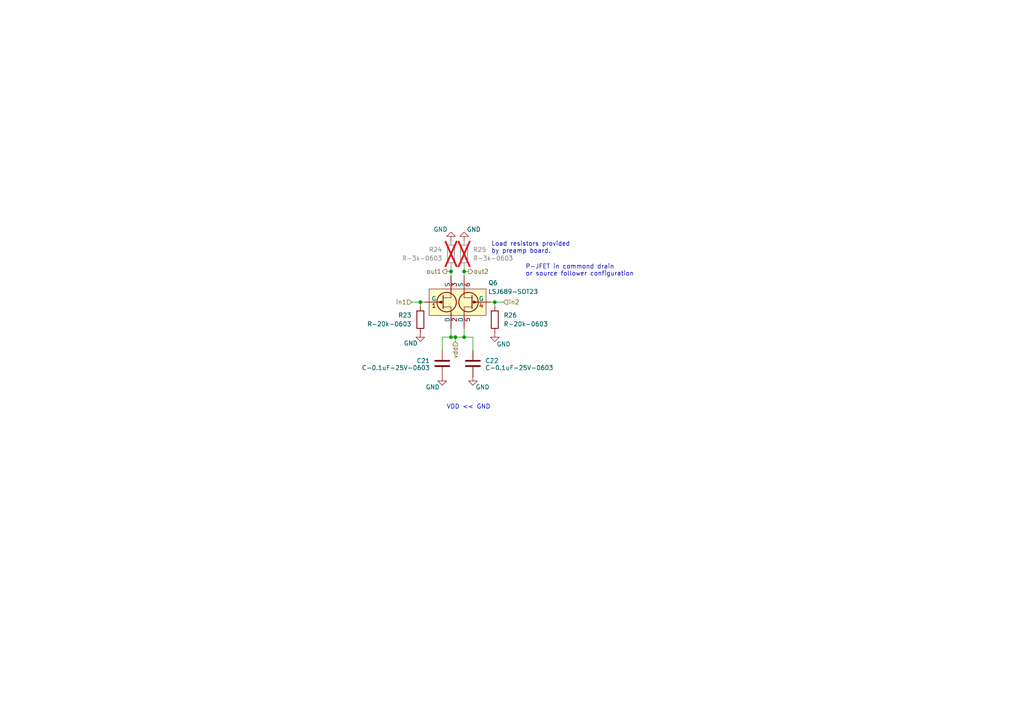
<source format=kicad_sch>
(kicad_sch (version 20250114) (generator "eeschema") (generator_version "9.0")
  (paper "A4")
  (lib_symbols
    (symbol "Device:C" (pin_numbers (hide yes)) (pin_names (offset 0.254))
      (property "Reference" "C" (at 0.635 2.54 0))
      (property "Value" "C" (at 0.635 -2.54 0))
      (symbol "C_0_1"
        (polyline (pts (xy -2.032 0.762) (xy 2.032 0.762)) (stroke (width 0.508)))
        (polyline (pts (xy -2.032 -0.762) (xy 2.032 -0.762)) (stroke (width 0.508)))
      )
      (symbol "C_1_1"
        (pin passive line (at 0 3.81 270) (length 2.794) (name "~") (number "1"))
        (pin passive line (at 0 -3.81 90) (length 2.794) (name "~") (number "2"))
      )
    )
    (symbol "Device:R" (pin_numbers (hide yes)) (pin_names (offset 0))
      (property "Reference" "R" (at 2.032 0 90))
      (property "Value" "R" (at 0 0 90))
      (symbol "R_0_1"
        (rectangle (start -1.016 -2.54) (end 1.016 2.54) (stroke (width 0.254)))
      )
      (symbol "R_1_1"
        (pin passive line (at 0 3.81 270) (length 1.27) (name "~") (number "1"))
        (pin passive line (at 0 -3.81 90) (length 1.27) (name "~") (number "2"))
      )
    )
    (symbol "lib:LSJ689" (pin_names (offset 0))
      (property "Reference" "Q" (at -8.89 -5.08 0))
      (property "Value" "LSJ689" (at -13.208 -8.128 0))
      (symbol "LSJ689_0_1"
        (polyline (pts (xy -6.223 0) (xy -5.207 0.381) (xy -5.207 -0.381) (xy -6.223 0)) (fill (type outline)))
        (polyline (pts (xy -4.826 1.905) (xy -4.826 -1.905) (xy -4.826 -1.905)) (stroke (width 0.254)))
        (circle (center -3.81 0) (radius 2.8194) (stroke (width 0.254)))
        (polyline (pts (xy -2.54 2.54) (xy -2.54 1.397) (xy -4.826 1.397)))
        (polyline (pts (xy -2.54 -2.54) (xy -2.54 -1.27) (xy -4.826 -1.27)))
        (polyline (pts (xy 1.27 2.54) (xy 1.27 1.397) (xy 3.556 1.397)))
        (polyline (pts (xy 1.27 -2.54) (xy 1.27 -1.27) (xy 3.556 -1.27)))
        (circle (center 2.54 0) (radius 2.8194) (stroke (width 0.254)))
        (polyline (pts (xy 3.556 1.905) (xy 3.556 -1.905) (xy 3.556 -1.905)) (stroke (width 0.254)))
        (polyline (pts (xy 4.953 0) (xy 3.937 0.381) (xy 3.937 -0.381) (xy 4.953 0)) (fill (type outline)))
      )
      (symbol "LSJ689_1_1"
        (rectangle (start -8.89 3.81) (end 7.62 -3.81) (fill (type background)))
        (pin input line (at -10.16 0 0) (length 5.334) (name "G") (number "1"))
        (pin passive line (at -2.54 7.62 270) (length 5.08) (name "D") (number "2"))
        (pin passive line (at -2.54 -7.62 90) (length 5.08) (name "S") (number "3"))
        (pin passive line (at 1.27 7.62 270) (length 5.08) (name "D") (number "5"))
        (pin passive line (at 1.27 -7.62 90) (length 5.08) (name "S") (number "6"))
        (pin input line (at 8.89 0 180) (length 5.334) (name "G") (number "4"))
      )
    )
    (symbol "power:GND" (power) (pin_numbers (hide yes)) (pin_names (offset 0) (hide yes))
      (property "Value" "GND" (at 0 -3.81 0))
      (symbol "GND_0_1"
        (polyline (pts (xy 0 0) (xy 0 -1.27) (xy 1.27 -1.27) (xy 0 -2.54) (xy -1.27 -1.27) (xy 0 -1.27)))
      )
      (symbol "GND_1_1"
        (pin power_in line (at 0 0 270) (length 0) (name "~") (number "1"))
      )
    )
  )
  (text "P-JFET in commond drain\nor source follower configuration " (at 152.4 78.486 0) (effects (font (size 1.27 1.27)) (justify left)))
  (text "VDD << GND" (at 135.89 118.11 0) (effects (font (size 1.27 1.27))))
  (text "Load resistors provided\nby preamp board." (at 142.494 71.882 0) (effects (font (size 1.27 1.27)) (justify left)))
  (junction (at 130.81 78.74))
  (junction (at 134.62 78.74))
  (junction (at 134.62 97.79))
  (junction (at 132.08 97.79))
  (junction (at 121.92 87.63))
  (junction (at 143.51 87.63))
  (junction (at 130.81 97.79))
  (wire (pts (xy 130.81 95.25) (xy 130.81 97.79)))
  (wire (pts (xy 130.81 77.47) (xy 130.81 78.74)))
  (wire (pts (xy 134.62 95.25) (xy 134.62 97.79)))
  (wire (pts (xy 130.81 78.74) (xy 130.81 80.01)))
  (wire (pts (xy 134.62 77.47) (xy 134.62 78.74)))
  (wire (pts (xy 132.08 99.06) (xy 132.08 97.79)))
  (wire (pts (xy 143.51 87.63) (xy 146.05 87.63)))
  (wire (pts (xy 137.16 97.79) (xy 134.62 97.79)))
  (wire (pts (xy 121.92 88.9) (xy 121.92 87.63)))
  (wire (pts (xy 129.54 78.74) (xy 130.81 78.74)))
  (wire (pts (xy 130.81 97.79) (xy 132.08 97.79)))
  (wire (pts (xy 128.27 97.79) (xy 130.81 97.79)))
  (wire (pts (xy 132.08 97.79) (xy 134.62 97.79)))
  (wire (pts (xy 121.92 87.63) (xy 123.19 87.63)))
  (wire (pts (xy 137.16 101.6) (xy 137.16 97.79)))
  (wire (pts (xy 135.89 78.74) (xy 134.62 78.74)))
  (wire (pts (xy 128.27 101.6) (xy 128.27 97.79)))
  (wire (pts (xy 134.62 78.74) (xy 134.62 80.01)))
  (wire (pts (xy 142.24 87.63) (xy 143.51 87.63)))
  (wire (pts (xy 119.38 87.63) (xy 121.92 87.63)))
  (wire (pts (xy 143.51 87.63) (xy 143.51 88.9)))
  (hierarchical_label "vdd" (shape input) (at 132.08 99.06 270))
  (hierarchical_label "in1" (shape input) (at 119.38 87.63 180))
  (hierarchical_label "in2" (shape input) (at 146.05 87.63 0))
  (hierarchical_label "out2" (shape output) (at 135.89 78.74 0))
  (hierarchical_label "out1" (shape output) (at 129.54 78.74 180))
  (symbol (lib_id "Device:R") (at 143.51 92.71 0) (unit 1)
    (property "Reference" "R6" (at 146.05 91.4399 0) (effects (justify left)))
    (property "Value" "R-20k-0603" (at 146.05 93.9799 0) (effects (justify left)))
    (property "Footprint" "Resistor_SMD:R_0603_1608Metric" (effects (hide yes)))
    (property "Description" "Resistor" (effects (hide yes)))
    (property "Digikey" "MCT0603-20.0K-CFCT-ND" (effects (hide yes)))
    (property "Manufacturer#" "MCT06030C2002FP500" (effects (hide yes)))
    (property "Manufacturer" "Vishay Beyschlag" (effects (hide yes)))
    (instances (project "jfet_16ch" (path "" (reference "R26") (unit 1)) (path "" (reference "R6") (unit 1)) (path "" (reference "R30") (unit 1)) (path "" (reference "R18") (unit 1)) (path "" (reference "R22") (unit 1)) (path "" (reference "R34") (unit 1)) (path "" (reference "R10") (unit 1)) (path "" (reference "R14") (unit 1))))
  )
  (symbol (lib_id "Device:R") (at 121.92 92.71 0) (mirror x) (unit 1)
    (property "Reference" "R3" (at 119.38 91.4399 0) (effects (justify right)))
    (property "Value" "R-20k-0603" (at 119.38 93.9799 0) (effects (justify right)))
    (property "Footprint" "Resistor_SMD:R_0603_1608Metric" (effects (hide yes)))
    (property "Description" "Resistor" (effects (hide yes)))
    (property "Digikey" "MCT0603-20.0K-CFCT-ND" (effects (hide yes)))
    (property "Manufacturer#" "MCT06030C2002FP500" (effects (hide yes)))
    (property "Manufacturer" "Vishay Beyschlag" (effects (hide yes)))
    (instances (project "jfet_16ch" (path "" (reference "R23") (unit 1)) (path "" (reference "R3") (unit 1)) (path "" (reference "R27") (unit 1)) (path "" (reference "R15") (unit 1)) (path "" (reference "R19") (unit 1)) (path "" (reference "R31") (unit 1)) (path "" (reference "R7") (unit 1)) (path "" (reference "R11") (unit 1))))
  )
  (symbol (lib_id "power:GND") (at 121.92 96.52 0) (unit 1)
    (property "Reference" "#PWR021" (effects (hide yes)))
    (property "Value" "GND" (at 119.126 99.568 0))
    (property "Description" "Power symbol creates a global label with name \"GND\" , ground" (effects (hide yes)))
    (instances (project "jfet_16ch" (path "" (reference "#PWR051") (unit 1)) (path "" (reference "#PWR021") (unit 1)) (path "" (reference "#PWR057") (unit 1)) (path "" (reference "#PWR039") (unit 1)) (path "" (reference "#PWR045") (unit 1)) (path "" (reference "#PWR063") (unit 1)) (path "" (reference "#PWR027") (unit 1)) (path "" (reference "#PWR033") (unit 1))))
  )
  (symbol (lib_id "lib:LSJ689") (at 133.35 87.63 0) (mirror x) (unit 1)
    (property "Reference" "Q1" (at 143.002 82.042 0))
    (property "Value" "LSJ689-SOT23" (at 148.844 84.582 0))
    (property "Footprint" "Package_TO_SOT_SMD:SOT-23-6" (effects (hide yes)))
    (property "Description" "Dual P-JFET transistor, gate/drain/source -The LSJ689 high performance, P-Channel, monolithic dual JFET features extremely low noise, tight offset voltage and low drift" (effects (hide yes)))
    (instances (project "jfet_16ch" (path "" (reference "Q6") (unit 1)) (path "" (reference "Q1") (unit 1)) (path "" (reference "Q7") (unit 1)) (path "" (reference "Q4") (unit 1)) (path "" (reference "Q5") (unit 1)) (path "" (reference "Q8") (unit 1)) (path "" (reference "Q2") (unit 1)) (path "" (reference "Q3") (unit 1))))
  )
  (symbol (lib_id "Device:R") (at 130.81 73.66 0) (mirror x) (unit 1) (dnp yes)
    (property "Reference" "R4" (at 128.27 72.3899 0) (effects (justify right)))
    (property "Value" "R-3k-0603" (at 128.27 74.9299 0) (effects (justify right)))
    (property "Footprint" "Resistor_SMD:R_0603_1608Metric" (effects (hide yes)))
    (property "Description" "Resistor" (effects (hide yes)))
    (property "Digikey" "MCT0603-3.00K-CFCT-ND" (effects (hide yes)))
    (property "Manufacturer#" "MCT06030C3001FP500" (effects (hide yes)))
    (property "Manufacturer" "Vishay Beyschlag/Draloric/BC Components" (effects (hide yes)))
    (instances (project "jfet_16ch" (path "" (reference "R24") (unit 1)) (path "" (reference "R4") (unit 1)) (path "" (reference "R28") (unit 1)) (path "" (reference "R16") (unit 1)) (path "" (reference "R20") (unit 1)) (path "" (reference "R32") (unit 1)) (path "" (reference "R8") (unit 1)) (path "" (reference "R12") (unit 1))))
  )
  (symbol (lib_id "power:GND") (at 143.51 96.52 0) (unit 1)
    (property "Reference" "#PWR026" (effects (hide yes)))
    (property "Value" "GND" (at 146.05 99.822 0))
    (property "Description" "Power symbol creates a global label with name \"GND\" , ground" (effects (hide yes)))
    (instances (project "jfet_16ch" (path "" (reference "#PWR056") (unit 1)) (path "" (reference "#PWR026") (unit 1)) (path "" (reference "#PWR062") (unit 1)) (path "" (reference "#PWR044") (unit 1)) (path "" (reference "#PWR050") (unit 1)) (path "" (reference "#PWR068") (unit 1)) (path "" (reference "#PWR032") (unit 1)) (path "" (reference "#PWR038") (unit 1))))
  )
  (symbol (lib_id "power:GND") (at 134.62 69.85 0) (mirror x) (unit 1)
    (property "Reference" "#PWR024" (effects (hide yes)))
    (property "Value" "GND" (at 137.414 66.548 0))
    (property "Description" "Power symbol creates a global label with name \"GND\" , ground" (effects (hide yes)))
    (instances (project "jfet_16ch" (path "" (reference "#PWR054") (unit 1)) (path "" (reference "#PWR024") (unit 1)) (path "" (reference "#PWR060") (unit 1)) (path "" (reference "#PWR042") (unit 1)) (path "" (reference "#PWR048") (unit 1)) (path "" (reference "#PWR066") (unit 1)) (path "" (reference "#PWR030") (unit 1)) (path "" (reference "#PWR036") (unit 1))))
  )
  (symbol (lib_id "power:GND") (at 137.16 109.22 0) (mirror y) (unit 1)
    (property "Reference" "#PWR025" (effects (hide yes)))
    (property "Value" "GND" (at 139.954 112.268 0))
    (property "Description" "Power symbol creates a global label with name \"GND\" , ground" (effects (hide yes)))
    (instances (project "jfet_16ch" (path "" (reference "#PWR055") (unit 1)) (path "" (reference "#PWR025") (unit 1)) (path "" (reference "#PWR061") (unit 1)) (path "" (reference "#PWR043") (unit 1)) (path "" (reference "#PWR049") (unit 1)) (path "" (reference "#PWR067") (unit 1)) (path "" (reference "#PWR031") (unit 1)) (path "" (reference "#PWR037") (unit 1))))
  )
  (symbol (lib_id "Device:R") (at 134.62 73.66 180) (unit 1) (dnp yes)
    (property "Reference" "R5" (at 137.16 72.3899 0) (effects (justify right)))
    (property "Value" "R-3k-0603" (at 137.16 74.9299 0) (effects (justify right)))
    (property "Footprint" "Resistor_SMD:R_0603_1608Metric" (effects (hide yes)))
    (property "Description" "Resistor" (effects (hide yes)))
    (property "Digikey" "MCT0603-3.00K-CFCT-ND" (effects (hide yes)))
    (property "Manufacturer#" "MCT06030C3001FP500" (effects (hide yes)))
    (property "Manufacturer" "Vishay Beyschlag/Draloric/BC Components" (effects (hide yes)))
    (instances (project "jfet_16ch" (path "" (reference "R25") (unit 1)) (path "" (reference "R5") (unit 1)) (path "" (reference "R29") (unit 1)) (path "" (reference "R17") (unit 1)) (path "" (reference "R21") (unit 1)) (path "" (reference "R33") (unit 1)) (path "" (reference "R9") (unit 1)) (path "" (reference "R13") (unit 1))))
  )
  (symbol (lib_id "power:GND") (at 130.81 69.85 0) (mirror x) (unit 1)
    (property "Reference" "#PWR023" (effects (hide yes)))
    (property "Value" "GND" (at 127.762 66.548 0))
    (property "Description" "Power symbol creates a global label with name \"GND\" , ground" (effects (hide yes)))
    (instances (project "jfet_16ch" (path "" (reference "#PWR053") (unit 1)) (path "" (reference "#PWR023") (unit 1)) (path "" (reference "#PWR059") (unit 1)) (path "" (reference "#PWR041") (unit 1)) (path "" (reference "#PWR047") (unit 1)) (path "" (reference "#PWR065") (unit 1)) (path "" (reference "#PWR029") (unit 1)) (path "" (reference "#PWR035") (unit 1))))
  )
  (symbol (lib_id "Device:C") (at 137.16 105.41 0) (mirror x) (unit 1)
    (property "Reference" "C12" (at 140.716 104.648 0) (effects (justify left)))
    (property "Value" "C-0.1uF-25V-0603" (at 140.716 106.68 0) (effects (justify left)))
    (property "Footprint" "Capacitor_SMD:C_0603_1608Metric" (effects (hide yes)))
    (property "Description" "0.1 µF ±10% 50V Ceramic Capacitor X7R 0603 (1608 Metric)" (effects (hide yes)))
    (property "Digikey" "1276-1935-1-ND" (effects (hide yes)))
    (property "Manufacturer#" "CL10B104KB8NNWC" (effects (hide yes)))
    (property "Manufacturer" "Samsung Electro-Mechanics" (effects (hide yes)))
    (instances (project "jfet_16ch" (path "" (reference "C22") (unit 1)) (path "" (reference "C12") (unit 1)) (path "" (reference "C24") (unit 1)) (path "" (reference "C18") (unit 1)) (path "" (reference "C20") (unit 1)) (path "" (reference "C26") (unit 1)) (path "" (reference "C14") (unit 1)) (path "" (reference "C16") (unit 1))))
  )
  (symbol (lib_id "power:GND") (at 128.27 109.22 0) (unit 1)
    (property "Reference" "#PWR022" (effects (hide yes)))
    (property "Value" "GND" (at 125.476 112.268 0))
    (property "Description" "Power symbol creates a global label with name \"GND\" , ground" (effects (hide yes)))
    (instances (project "jfet_16ch" (path "" (reference "#PWR052") (unit 1)) (path "" (reference "#PWR022") (unit 1)) (path "" (reference "#PWR058") (unit 1)) (path "" (reference "#PWR040") (unit 1)) (path "" (reference "#PWR046") (unit 1)) (path "" (reference "#PWR064") (unit 1)) (path "" (reference "#PWR028") (unit 1)) (path "" (reference "#PWR034") (unit 1))))
  )
  (symbol (lib_id "Device:C") (at 128.27 105.41 180) (unit 1)
    (property "Reference" "C11" (at 124.714 104.648 0) (effects (justify left)))
    (property "Value" "C-0.1uF-25V-0603" (at 124.714 106.68 0) (effects (justify left)))
    (property "Footprint" "Capacitor_SMD:C_0603_1608Metric" (effects (hide yes)))
    (property "Description" "0.1 µF ±10% 50V Ceramic Capacitor X7R 0603 (1608 Metric)" (effects (hide yes)))
    (property "Digikey" "1276-1935-1-ND" (effects (hide yes)))
    (property "Manufacturer#" "CL10B104KB8NNWC" (effects (hide yes)))
    (property "Manufacturer" "Samsung Electro-Mechanics" (effects (hide yes)))
    (instances (project "jfet_16ch" (path "" (reference "C21") (unit 1)) (path "" (reference "C11") (unit 1)) (path "" (reference "C23") (unit 1)) (path "" (reference "C17") (unit 1)) (path "" (reference "C19") (unit 1)) (path "" (reference "C25") (unit 1)) (path "" (reference "C13") (unit 1)) (path "" (reference "C15") (unit 1))))
  )
)
</source>
